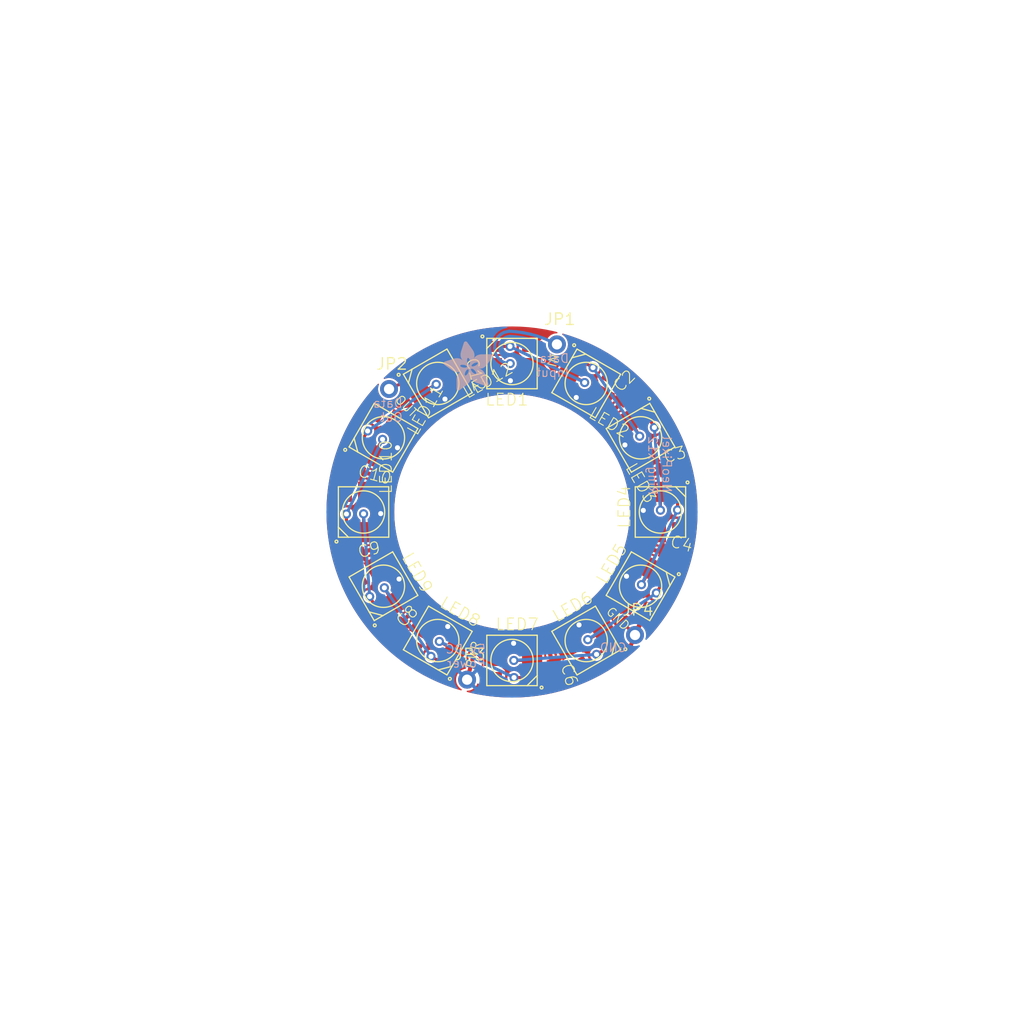
<source format=kicad_pcb>
(kicad_pcb (version 20221018) (generator pcbnew)
  (layers (0 "F.Cu" signal) (31 "B.Cu" signal) (34 "B.Paste" user) (35 "F.Paste" user) (36 "B.SilkS" user "B.Silkscreen") (37 "F.SilkS" user "F.Silkscreen") (38 "B.Mask" user) (39 "F.Mask" user) (44 "Edge.Cuts" user))
  (net 0 "")
  (net 1 "VDD")
  (net 2 "GND")
  (net 3 "N$1")
  (net 4 "N$2")
  (net 5 "N$3")
  (net 6 "N$4")
  (net 7 "N$5")
  (net 8 "N$6")
  (net 9 "N$7")
  (net 10 "N$8")
  (net 11 "N$9")
  (net 12 "N$10")
  (net 13 "N$11")
  (net 14 "N$13")
  (net 15 "N$14")
  (footprint "working:1X01-CLEANBIG" (layer "F.Cu") (at 152.960375 88.366441)
    (fp_text reference "JP1" (at -1.3462 -1.8288) (layer "F.SilkS") (effects (font (size 1.143 1.143) (thickness 0.127)) (justify left bottom)))
    (fp_text value "")
    (pad "1" thru_hole circle (at 0 0) (size 1.778 1.778) (drill 1.016) (layers "*.Cu" "*.Mask") (net 14 "N$13"))
  )
  (footprint "working:C0603" (layer "F.Cu") (at 144.22806 89.05621 105)
    (fp_text reference "C12" (at -0.635 -0.635 105) (layer "F.SilkS") (effects (font (size 1.1684 1.1684) (thickness 0.1016)) (justify left bottom)))
    (fp_text value "")
    (pad "1" smd rect (at -0.85 0 105) (size 1.1 1) (layers "F.Cu" "F.Paste" "F.Mask") (net 1 "VDD"))
    (pad "2" smd rect (at 0.85 0 105) (size 1.1 1) (layers "F.Cu" "F.Paste" "F.Mask") (net 2 "GND"))
  )
  (footprint "working:1X01-CLEANBIG" (layer "F.Cu") (at 136.297707 92.799388)
    (fp_text reference "JP2" (at -1.3462 -1.8288) (layer "F.SilkS") (effects (font (size 1.143 1.143) (thickness 0.127)) (justify left bottom)))
    (fp_text value "")
    (pad "1" thru_hole circle (at 0 0) (size 1.778 1.778) (drill 1.016) (layers "*.Cu" "*.Mask") (net 15 "N$14"))
  )
  (footprint "working:C0603" (layer "F.Cu") (at 136.826754 116.677946 -135)
    (fp_text reference "C8" (at -0.635 -0.635 -135) (layer "F.SilkS") (effects (font (size 1.1684 1.1684) (thickness 0.1016)) (justify left bottom)))
    (fp_text value "")
    (pad "1" smd rect (at -0.85 0 225) (size 1.1 1) (layers "F.Cu" "F.Paste" "F.Mask") (net 1 "VDD"))
    (pad "2" smd rect (at 0.85 0 225) (size 1.1 1) (layers "F.Cu" "F.Paste" "F.Mask") (net 2 "GND"))
  )
  (footprint "working:WS28115050" (layer "F.Cu") (at 135.742935 97.6376 -120)
    (fp_text reference "LED11" (at -1.7 -2.9 -120) (layer "F.SilkS") (effects (font (size 1.1684 1.1684) (thickness 0.1016)) (justify left bottom)))
    (fp_text value "WS28115050")
    (pad "DI" smd rect (at 2 0 240) (size 2 1.1) (layers "F.Cu" "F.Paste" "F.Mask") (net 12 "N$10"))
    (pad "DO" smd rect (at 2 1.7 240) (size 2 1.1) (layers "F.Cu" "F.Paste" "F.Mask") (net 13 "N$11"))
    (pad "LEDVDD" smd rect (at -2 0 240) (size 2 1.1) (layers "F.Cu" "F.Paste" "F.Mask") (net 1 "VDD"))
    (pad "NC" smd rect (at -2 -1.7 240) (size 2 1.1) (layers "F.Cu" "F.Paste" "F.Mask"))
    (pad "VDD" smd rect (at 2 -1.7 240) (size 2 1.1) (layers "F.Cu" "F.Paste" "F.Mask") (net 1 "VDD"))
    (pad "VSS" smd rect (at -2 1.7 240) (size 2 1.1) (layers "F.Cu" "F.Paste" "F.Mask") (net 2 "GND"))
  )
  (footprint "working:WS28115050" (layer "F.Cu") (at 161.259265 97.6376 120)
    (fp_text reference "LED3" (at -1.7 -2.9 120) (layer "F.SilkS") (effects (font (size 1.1684 1.1684) (thickness 0.1016)) (justify left bottom)))
    (fp_text value "WS28115050")
    (pad "DI" smd rect (at 2 0 120) (size 2 1.1) (layers "F.Cu" "F.Paste" "F.Mask") (net 4 "N$2"))
    (pad "DO" smd rect (at 2 1.7 120) (size 2 1.1) (layers "F.Cu" "F.Paste" "F.Mask") (net 5 "N$3"))
    (pad "LEDVDD" smd rect (at -2 0 120) (size 2 1.1) (layers "F.Cu" "F.Paste" "F.Mask") (net 1 "VDD"))
    (pad "NC" smd rect (at -2 -1.7 120) (size 2 1.1) (layers "F.Cu" "F.Paste" "F.Mask"))
    (pad "VDD" smd rect (at 2 -1.7 120) (size 2 1.1) (layers "F.Cu" "F.Paste" "F.Mask") (net 1 "VDD"))
    (pad "VSS" smd rect (at -2 1.7 120) (size 2 1.1) (layers "F.Cu" "F.Paste" "F.Mask") (net 2 "GND"))
  )
  (footprint "working:WS28115050" (layer "F.Cu") (at 155.8671 92.245435 150)
    (fp_text reference "LED2" (at -1.7 -2.9 150) (layer "F.SilkS") (effects (font (size 1.1684 1.1684) (thickness 0.1016)) (justify left bottom)))
    (fp_text value "WS28115050")
    (pad "DI" smd rect (at 2 0 150) (size 2 1.1) (layers "F.Cu" "F.Paste" "F.Mask") (net 3 "N$1"))
    (pad "DO" smd rect (at 2 1.7 150) (size 2 1.1) (layers "F.Cu" "F.Paste" "F.Mask") (net 4 "N$2"))
    (pad "LEDVDD" smd rect (at -2 0 150) (size 2 1.1) (layers "F.Cu" "F.Paste" "F.Mask") (net 1 "VDD"))
    (pad "NC" smd rect (at -2 -1.7 150) (size 2 1.1) (layers "F.Cu" "F.Paste" "F.Mask"))
    (pad "VDD" smd rect (at 2 -1.7 150) (size 2 1.1) (layers "F.Cu" "F.Paste" "F.Mask") (net 1 "VDD"))
    (pad "VSS" smd rect (at -2 1.7 150) (size 2 1.1) (layers "F.Cu" "F.Paste" "F.Mask") (net 2 "GND"))
  )
  (footprint "working:C0603" (layer "F.Cu") (at 164.44849 109.27664 -15)
    (fp_text reference "C4" (at -0.635 -0.635 -15) (layer "F.SilkS") (effects (font (size 1.1684 1.1684) (thickness 0.1016)) (justify left bottom)))
    (fp_text value "")
    (pad "1" smd rect (at -0.85 0 345) (size 1.1 1) (layers "F.Cu" "F.Paste" "F.Mask") (net 1 "VDD"))
    (pad "2" smd rect (at 0.85 0 345) (size 1.1 1) (layers "F.Cu" "F.Paste" "F.Mask") (net 2 "GND"))
  )
  (footprint "working:WS28115050" (layer "F.Cu") (at 155.8671 117.761765 30)
    (fp_text reference "LED6" (at -1.7 -2.9 30) (layer "F.SilkS") (effects (font (size 1.1684 1.1684) (thickness 0.1016)) (justify left bottom)))
    (fp_text value "WS28115050")
    (pad "DI" smd rect (at 2 0 30) (size 2 1.1) (layers "F.Cu" "F.Paste" "F.Mask") (net 7 "N$5"))
    (pad "DO" smd rect (at 2 1.7 30) (size 2 1.1) (layers "F.Cu" "F.Paste" "F.Mask") (net 8 "N$6"))
    (pad "LEDVDD" smd rect (at -2 0 30) (size 2 1.1) (layers "F.Cu" "F.Paste" "F.Mask") (net 1 "VDD"))
    (pad "NC" smd rect (at -2 -1.7 30) (size 2 1.1) (layers "F.Cu" "F.Paste" "F.Mask"))
    (pad "VDD" smd rect (at 2 -1.7 30) (size 2 1.1) (layers "F.Cu" "F.Paste" "F.Mask") (net 1 "VDD"))
    (pad "VSS" smd rect (at -2 1.7 30) (size 2 1.1) (layers "F.Cu" "F.Paste" "F.Mask") (net 2 "GND"))
  )
  (footprint "working:WS28115050" (layer "F.Cu") (at 161.259265 112.3696 60)
    (fp_text reference "LED5" (at -1.7 -2.9 60) (layer "F.SilkS") (effects (font (size 1.1684 1.1684) (thickness 0.1016)) (justify left bottom)))
    (fp_text value "WS28115050")
    (pad "DI" smd rect (at 2 0 60) (size 2 1.1) (layers "F.Cu" "F.Paste" "F.Mask") (net 6 "N$4"))
    (pad "DO" smd rect (at 2 1.7 60) (size 2 1.1) (layers "F.Cu" "F.Paste" "F.Mask") (net 7 "N$5"))
    (pad "LEDVDD" smd rect (at -2 0 60) (size 2 1.1) (layers "F.Cu" "F.Paste" "F.Mask") (net 1 "VDD"))
    (pad "NC" smd rect (at -2 -1.7 60) (size 2 1.1) (layers "F.Cu" "F.Paste" "F.Mask"))
    (pad "VDD" smd rect (at 2 -1.7 60) (size 2 1.1) (layers "F.Cu" "F.Paste" "F.Mask") (net 1 "VDD"))
    (pad "VSS" smd rect (at -2 1.7 60) (size 2 1.1) (layers "F.Cu" "F.Paste" "F.Mask") (net 2 "GND"))
  )
  (footprint "working:WS28115050" (layer "F.Cu") (at 148.5011 119.7356)
    (fp_text reference "LED7" (at -1.7 -2.9) (layer "F.SilkS") (effects (font (size 1.1684 1.1684) (thickness 0.1016)) (justify left bottom)))
    (fp_text value "WS28115050")
    (pad "DI" smd rect (at 2 0) (size 2 1.1) (layers "F.Cu" "F.Paste" "F.Mask") (net 8 "N$6"))
    (pad "DO" smd rect (at 2 1.7) (size 2 1.1) (layers "F.Cu" "F.Paste" "F.Mask") (net 9 "N$7"))
    (pad "LEDVDD" smd rect (at -2 0) (size 2 1.1) (layers "F.Cu" "F.Paste" "F.Mask") (net 1 "VDD"))
    (pad "NC" smd rect (at -2 -1.7) (size 2 1.1) (layers "F.Cu" "F.Paste" "F.Mask"))
    (pad "VDD" smd rect (at 2 -1.7) (size 2 1.1) (layers "F.Cu" "F.Paste" "F.Mask") (net 1 "VDD"))
    (pad "VSS" smd rect (at -2 1.7) (size 2 1.1) (layers "F.Cu" "F.Paste" "F.Mask") (net 2 "GND"))
  )
  (footprint "working:WS28115050" (layer "F.Cu") (at 133.7691 105.0036 -90)
    (fp_text reference "LED10" (at -1.7 -2.9 -90) (layer "F.SilkS") (effects (font (size 1.1684 1.1684) (thickness 0.1016)) (justify left bottom)))
    (fp_text value "WS28115050")
    (pad "DI" smd rect (at 2 0 270) (size 2 1.1) (layers "F.Cu" "F.Paste" "F.Mask") (net 11 "N$9"))
    (pad "DO" smd rect (at 2 1.7 270) (size 2 1.1) (layers "F.Cu" "F.Paste" "F.Mask") (net 12 "N$10"))
    (pad "LEDVDD" smd rect (at -2 0 270) (size 2 1.1) (layers "F.Cu" "F.Paste" "F.Mask") (net 1 "VDD"))
    (pad "NC" smd rect (at -2 -1.7 270) (size 2 1.1) (layers "F.Cu" "F.Paste" "F.Mask"))
    (pad "VDD" smd rect (at 2 -1.7 270) (size 2 1.1) (layers "F.Cu" "F.Paste" "F.Mask") (net 1 "VDD"))
    (pad "VSS" smd rect (at -2 1.7 270) (size 2 1.1) (layers "F.Cu" "F.Paste" "F.Mask") (net 2 "GND"))
  )
  (footprint "working:WS28115050" (layer "F.Cu") (at 141.1351 117.761765 -30)
    (fp_text reference "LED8" (at -1.7 -2.9 -30) (layer "F.SilkS") (effects (font (size 1.1684 1.1684) (thickness 0.1016)) (justify left bottom)))
    (fp_text value "WS28115050")
    (pad "DI" smd rect (at 2 0 330) (size 2 1.1) (layers "F.Cu" "F.Paste" "F.Mask") (net 9 "N$7"))
    (pad "DO" smd rect (at 2 1.7 330) (size 2 1.1) (layers "F.Cu" "F.Paste" "F.Mask") (net 10 "N$8"))
    (pad "LEDVDD" smd rect (at -2 0 330) (size 2 1.1) (layers "F.Cu" "F.Paste" "F.Mask") (net 1 "VDD"))
    (pad "NC" smd rect (at -2 -1.7 330) (size 2 1.1) (layers "F.Cu" "F.Paste" "F.Mask"))
    (pad "VDD" smd rect (at 2 -1.7 330) (size 2 1.1) (layers "F.Cu" "F.Paste" "F.Mask") (net 1 "VDD"))
    (pad "VSS" smd rect (at -2 1.7 330) (size 2 1.1) (layers "F.Cu" "F.Paste" "F.Mask") (net 2 "GND"))
  )
  (footprint "working:C0603" (layer "F.Cu") (at 132.55371 109.27664 -165)
    (fp_text reference "C9" (at -0.635 -0.635 -165) (layer "F.SilkS") (effects (font (size 1.1684 1.1684) (thickness 0.1016)) (justify left bottom)))
    (fp_text value "")
    (pad "1" smd rect (at -0.85 0 195) (size 1.1 1) (layers "F.Cu" "F.Paste" "F.Mask") (net 1 "VDD"))
    (pad "2" smd rect (at 0.85 0 195) (size 1.1 1) (layers "F.Cu" "F.Paste" "F.Mask") (net 2 "GND"))
  )
  (footprint "working:C0603" (layer "F.Cu") (at 132.55371 100.73056 165)
    (fp_text reference "C10" (at -0.635 -0.635 165) (layer "F.SilkS") (effects (font (size 1.1684 1.1684) (thickness 0.1016)) (justify left bottom)))
    (fp_text value "")
    (pad "1" smd rect (at -0.85 0 165) (size 1.1 1) (layers "F.Cu" "F.Paste" "F.Mask") (net 1 "VDD"))
    (pad "2" smd rect (at 0.85 0 165) (size 1.1 1) (layers "F.Cu" "F.Paste" "F.Mask") (net 2 "GND"))
  )
  (footprint "working:GUIDE-STAR-12" (layer "F.Cu") (at 148.5011 105.0036)
    (fp_text reference "U$1" hide)
    (fp_text value "" hide)
  )
  (footprint "working:WS28115050" (layer "F.Cu") (at 163.2331 105.0036 90)
    (fp_text reference "LED4" (at -1.7 -2.9 90) (layer "F.SilkS") (effects (font (size 1.1684 1.1684) (thickness 0.1016)) (justify left bottom)))
    (fp_text value "WS28115050")
    (pad "DI" smd rect (at 2 0 90) (size 2 1.1) (layers "F.Cu" "F.Paste" "F.Mask") (net 5 "N$3"))
    (pad "DO" smd rect (at 2 1.7 90) (size 2 1.1) (layers "F.Cu" "F.Paste" "F.Mask") (net 6 "N$4"))
    (pad "LEDVDD" smd rect (at -2 0 90) (size 2 1.1) (layers "F.Cu" "F.Paste" "F.Mask") (net 1 "VDD"))
    (pad "NC" smd rect (at -2 -1.7 90) (size 2 1.1) (layers "F.Cu" "F.Paste" "F.Mask"))
    (pad "VDD" smd rect (at 2 -1.7 90) (size 2 1.1) (layers "F.Cu" "F.Paste" "F.Mask") (net 1 "VDD"))
    (pad "VSS" smd rect (at -2 1.7 90) (size 2 1.1) (layers "F.Cu" "F.Paste" "F.Mask") (net 2 "GND"))
  )
  (footprint "working:WS28115050" (layer "F.Cu") (at 141.1351 92.245435 -150)
    (fp_text reference "LED12" (at -1.7 -2.9 -150) (layer "F.SilkS") (effects (font (size 1.1684 1.1684) (thickness 0.1016)) (justify left bottom)))
    (fp_text value "WS28115050")
    (pad "DI" smd rect (at 2 0 210) (size 2 1.1) (layers "F.Cu" "F.Paste" "F.Mask") (net 13 "N$11"))
    (pad "DO" smd rect (at 2 1.7 210) (size 2 1.1) (layers "F.Cu" "F.Paste" "F.Mask") (net 15 "N$14"))
    (pad "LEDVDD" smd rect (at -2 0 210) (size 2 1.1) (layers "F.Cu" "F.Paste" "F.Mask") (net 1 "VDD"))
    (pad "NC" smd rect (at -2 -1.7 210) (size 2 1.1) (layers "F.Cu" "F.Paste" "F.Mask"))
    (pad "VDD" smd rect (at 2 -1.7 210) (size 2 1.1) (layers "F.Cu" "F.Paste" "F.Mask") (net 1 "VDD"))
    (pad "VSS" smd rect (at -2 1.7 210) (size 2 1.1) (layers "F.Cu" "F.Paste" "F.Mask") (net 2 "GND"))
  )
  (footprint "working:C0603" (layer "F.Cu") (at 164.44849 100.73056 15)
    (fp_text reference "C3" (at -0.635 -0.635 15) (layer "F.SilkS") (effects (font (size 1.1684 1.1684) (thickness 0.1016)) (justify left bottom)))
    (fp_text value "")
    (pad "1" smd rect (at -0.85 0 15) (size 1.1 1) (layers "F.Cu" "F.Paste" "F.Mask") (net 1 "VDD"))
    (pad "2" smd rect (at 0.85 0 15) (size 1.1 1) (layers "F.Cu" "F.Paste" "F.Mask") (net 2 "GND"))
  )
  (footprint "working:WS28115050" (layer "F.Cu") (at 135.742935 112.3696 -60)
    (fp_text reference "LED9" (at -1.7 -2.9 -60) (layer "F.SilkS") (effects (font (size 1.1684 1.1684) (thickness 0.1016)) (justify left bottom)))
    (fp_text value "WS28115050")
    (pad "DI" smd rect (at 2 0 300) (size 2 1.1) (layers "F.Cu" "F.Paste" "F.Mask") (net 10 "N$8"))
    (pad "DO" smd rect (at 2 1.7 300) (size 2 1.1) (layers "F.Cu" "F.Paste" "F.Mask") (net 11 "N$9"))
    (pad "LEDVDD" smd rect (at -2 0 300) (size 2 1.1) (layers "F.Cu" "F.Paste" "F.Mask") (net 1 "VDD"))
    (pad "NC" smd rect (at -2 -1.7 300) (size 2 1.1) (layers "F.Cu" "F.Paste" "F.Mask"))
    (pad "VDD" smd rect (at 2 -1.7 300) (size 2 1.1) (layers "F.Cu" "F.Paste" "F.Mask") (net 1 "VDD"))
    (pad "VSS" smd rect (at -2 1.7 300) (size 2 1.1) (layers "F.Cu" "F.Paste" "F.Mask") (net 2 "GND"))
  )
  (footprint "working:1X01-CLEANBIG" (layer "F.Cu") (at 160.708237 117.211259)
    (fp_text reference "JP4" (at -1.3462 -1.8288) (layer "F.SilkS") (effects (font (size 1.143 1.143) (thickness 0.127)) (justify left bottom)))
    (fp_text value "")
    (pad "1" thru_hole circle (at 0 0) (size 1.778 1.778) (drill 1.016) (layers "*.Cu" "*.Mask") (net 2 "GND"))
  )
  (footprint "working:GUIDE-STAR-12" (layer "F.Cu") (at 148.5011 105.0036 15)
    (fp_text reference "U$2" hide)
    (fp_text value "" hide)
  )
  (footprint "working:1X01-CLEANBIG" (layer "F.Cu") (at 144.044166 121.6448)
    (fp_text reference "JP3" (at -1.3462 -1.8288) (layer "F.SilkS") (effects (font (size 1.143 1.143) (thickness 0.127)) (justify left bottom)))
    (fp_text value "")
    (pad "1" thru_hole circle (at 0 0) (size 1.778 1.778) (drill 1.016) (layers "*.Cu" "*.Mask") (net 1 "VDD"))
  )
  (footprint "working:WS28115050" (layer "F.Cu") (at 148.5011 90.2716 180)
    (fp_text reference "LED1" (at -1.7 -2.9 180) (layer "F.SilkS") (effects (font (size 1.1684 1.1684) (thickness 0.1016)) (justify right top)))
    (fp_text value "WS28115050")
    (pad "DI" smd rect (at 2 0 180) (size 2 1.1) (layers "F.Cu" "F.Paste" "F.Mask") (net 14 "N$13"))
    (pad "DO" smd rect (at 2 1.7 180) (size 2 1.1) (layers "F.Cu" "F.Paste" "F.Mask") (net 3 "N$1"))
    (pad "LEDVDD" smd rect (at -2 0 180) (size 2 1.1) (layers "F.Cu" "F.Paste" "F.Mask") (net 1 "VDD"))
    (pad "NC" smd rect (at -2 -1.7 180) (size 2 1.1) (layers "F.Cu" "F.Paste" "F.Mask"))
    (pad "VDD" smd rect (at 2 -1.7 180) (size 2 1.1) (layers "F.Cu" "F.Paste" "F.Mask") (net 1 "VDD"))
    (pad "VSS" smd rect (at -2 1.7 180) (size 2 1.1) (layers "F.Cu" "F.Paste" "F.Mask") (net 2 "GND"))
  )
  (footprint "working:C0603" (layer "F.Cu") (at 152.77414 120.95099 -75)
    (fp_text reference "C6" (at -0.635 -0.635 -75) (layer "F.SilkS") (effects (font (size 1.1684 1.1684) (thickness 0.1016)) (justify left bottom)))
    (fp_text value "")
    (pad "1" smd rect (at -0.85 0 285) (size 1.1 1) (layers "F.Cu" "F.Paste" "F.Mask") (net 1 "VDD"))
    (pad "2" smd rect (at 0.85 0 285) (size 1.1 1) (layers "F.Cu" "F.Paste" "F.Mask") (net 2 "GND"))
  )
  (footprint "working:C0603" (layer "F.Cu") (at 160.175446 93.329254 45)
    (fp_text reference "C2" (at -0.635 -0.635 45) (layer "F.SilkS") (effects (font (size 1.1684 1.1684) (thickness 0.1016)) (justify left bottom)))
    (fp_text value "")
    (pad "1" smd rect (at -0.85 0 45) (size 1.1 1) (layers "F.Cu" "F.Paste" "F.Mask") (net 1 "VDD"))
    (pad "2" smd rect (at 0.85 0 45) (size 1.1 1) (layers "F.Cu" "F.Paste" "F.Mask") (net 2 "GND"))
  )
  (footprint "working:ADAFRUIT_5MM" (layer "B.Cu") (at 146.5961 92.9386 180)
    (fp_text reference "U$3" hide)
    (fp_text value "" hide)
  )
  (gr_arc (start 130.0861 105.0036) (mid 135.479729 91.982229) (end 148.5011 86.5886) (stroke (width 0.000003)) (layer "Edge.Cuts"))
  (gr_arc (start 166.9161 105.0036) (mid 161.522471 118.024971) (end 148.5011 123.4186) (stroke (width 0.000003)) (layer "Edge.Cuts"))
  (gr_arc (start 148.5011 86.5886) (mid 161.522471 91.982229) (end 166.9161 105.0036) (stroke (width 0.000003)) (layer "Edge.Cuts"))
  (gr_arc (start 148.5011 123.4186) (mid 135.479729 118.024971) (end 130.0861 105.0036) (stroke (width 0.000003)) (layer "Edge.Cuts"))
  (gr_circle (center 148.5011 105.0036) (end 160.1851 105.0036) (stroke (width 0.000003)) (fill none) (layer "Edge.Cuts"))
  (gr_text "GND" (at 159.9311 118.9736) (layer "B.SilkS") (effects (font (size 0.86868 0.86868) (thickness 0.09652)) (justify left bottom mirror)))
  (gr_text "NeoPixel\nRing x12" (at 164.3761 97.3836 -90) (layer "B.SilkS") (effects (font (size 0.86868 0.86868) (thickness 0.09652)) (justify right top mirror)))
  (gr_text "5V DC\nPower" (at 145.948832 120.520584) (layer "B.SilkS") (effects (font (size 0.86868 0.86868) (thickness 0.09652)) (justify left bottom mirror)))
  (gr_text "Data\nOut" (at 137.7061 96.1136) (layer "B.SilkS") (effects (font (size 0.86868 0.86868) (thickness 0.09652)) (justify left bottom mirror)))
  (gr_text "Data\nInput" (at 154.2161 91.6686) (layer "B.SilkS") (effects (font (size 0.86868 0.86868) (thickness 0.09652)) (justify left bottom mirror)))
  (gr_text "GND" (at 160.354521 116.203618 315) (layer "F.SilkS") (effects (font (size 0.86868 0.86868) (thickness 0.09652)) (justify right top)))
  (gr_text "PWR" (at 144.793075 120.68354 75) (layer "F.SilkS") (effects (font (size 0.86868 0.86868) (thickness 0.09652)) (justify left bottom)))
  (gr_text "IN" (at 152.3111 89.1286 75) (layer "F.SilkS") (effects (font (size 0.86868 0.86868) (thickness 0.09652)) (justify right top)))
  (gr_text "OUT" (at 136.737569 93.938422 315) (layer "F.SilkS") (effects (font (size 0.86868 0.86868) (thickness 0.09652)) (justify left bottom)))
  (segment (start 137.427797 116.076903) (end 138.622788 114.881912) (width 0.4064) (layer "F.Cu") (net 1))
  (segment (start 150.5011 90.2716) (end 151.237371 90.127069) (width 0.4064) (layer "F.Cu") (net 1))
  (segment (start 161.5331 103.0036) (end 161.532062 104.844341) (width 0.4064) (layer "F.Cu") (net 1))
  (segment (start 162.731196 101.190554) (end 163.627453 100.950557) (width 0.4064) (layer "F.Cu") (net 1))
  (segment (start 160.787021 109.787546) (end 159.865821 111.381287) (width 0.4064) (layer "F.Cu") (net 1))
  (segment (start 144.88541 91.509597) (end 146.5011 91.9716) (width 0.4064) (layer "F.Cu") (net 1))
  (segment (start 133.374747 100.950557) (end 134.271004 101.190554) (width 0.4064) (layer "F.Cu") (net 1))
  (segment (start 136.742938 95.90555) (end 137.170491 95.173554) (width 0.4064) (layer "F.Cu") (net 1))
  (segment (start 156.74915 115.289521) (end 155.154375 116.209318) (width 0.4064) (layer "F.Cu") (net 1))
  (segment (start 137.170491 95.173554) (end 139.629557 94.892872) (width 0.4064) (layer "F.Cu") (net 1))
  (segment (start 161.995103 101.38791) (end 162.731196 101.190554) (width 0.4064) (layer "F.Cu") (net 1))
  (segment (start 162.259265 99.369654) (end 163.627453 100.950557) (width 0.4064) (layer "F.Cu") (net 1))
  (segment (start 136.215179 100.219654) (end 137.136379 98.625913) (width 0.4064) (layer "F.Cu") (net 1))
  (segment (start 158.787021 96.75555) (end 159.706818 98.350325) (width 0.4064) (layer "F.Cu") (net 1))
  (segment (start 159.859468 114.829378) (end 157.639509 115.109687) (width 0.4064) (layer "F.Cu") (net 1))
  (segment (start 138.622788 114.881912) (end 138.215179 113.25165) (width 0.4064) (layer "F.Cu") (net 1))
  (segment (start 154.135046 118.761765) (end 152.554143 120.129953) (width 0.4064) (layer "F.Cu") (net 1))
  (segment (start 135.007097 101.38791) (end 136.215179 100.219654) (width 0.4064) (layer "F.Cu") (net 1))
  (segment (start 145.668954 119.744) (end 144.294582 117.911887) (width 0.4064) (layer "F.Cu") (net 1))
  (segment (start 146.5011 91.9716) (end 148.341841 91.972638) (width 0.4064) (layer "F.Cu") (net 1))
  (segment (start 135.4691 107.0036) (end 135.470138 105.162859) (width 0.4064) (layer "F.Cu") (net 1))
  (segment (start 163.2331 107.0036) (end 163.627453 109.056643) (width 0.4064) (layer "F.Cu") (net 1))
  (segment (start 135.007097 108.61929) (end 134.271004 108.816646) (width 0.4064) (layer "F.Cu") (net 1))
  (segment (start 162.731196 108.816646) (end 163.627453 109.056643) (width 0.4064) (layer "F.Cu") (net 1))
  (segment (start 149.770912 118.035187) (end 148.660359 118.034562) (width 0.4064) (layer "F.Cu") (net 1))
  (segment (start 142.123413 116.368321) (end 143.717154 117.289521) (width 0.4064) (layer "F.Cu") (net 1))
  (segment (start 161.995103 108.61929) (end 162.731196 108.816646) (width 0.4064) (layer "F.Cu") (net 1))
  (segment (start 161.995103 108.61929) (end 160.787021 109.787546) (width 0.4064) (layer "F.Cu") (net 1))
  (segment (start 139.40305 116.761762) (end 137.427797 116.076903) (width 0.4064) (layer "F.Cu") (net 1))
  (segment (start 150.5011 118.0356) (end 149.770912 118.035187) (width 0.4064) (layer "F.Cu") (net 1))
  (segment (start 151.237371 90.127069) (end 152.585706 91.929985) (width 0.4064) (layer "F.Cu") (net 1))
  (segment (start 140.25305 94.717679) (end 141.847825 93.797882) (width 0.4064) (layer "F.Cu") (net 1))
  (segment (start 144.448057 89.877247) (end 144.688054 90.773504) (width 0.4064) (layer "F.Cu") (net 1))
  (segment (start 135.007097 108.61929) (end 135.4691 107.0036) (width 0.4064) (layer "F.Cu") (net 1))
  (segment (start 152.11679 118.497603) (end 149.770912 118.035187) (width 0.4064) (layer "F.Cu") (net 1))
  (segment (start 160.259265 114.10165) (end 159.859468 114.829378) (width 0.4064) (layer "F.Cu") (net 1))
  (segment (start 144.043744 121.646971) (end 144.847579 118.659746) (width 0.4064) (layer "F.Cu") (net 1))
  (segment (start 133.374747 109.056643) (end 134.271004 108.816646) (width 0.4064) (layer "F.Cu") (net 1))
  (segment (start 153.285046 92.717679) (end 154.878787 93.638879) (width 0.4064) (layer "F.Cu") (net 1))
  (segment (start 144.294582 117.911887) (end 143.717154 117.289521) (width 0.4064) (layer "F.Cu") (net 1))
  (segment (start 144.88541 91.509597) (end 144.688054 90.773504) (width 0.4064) (layer "F.Cu") (net 1))
  (segment (start 146.5011 119.7356) (end 145.668954 119.744) (width 0.4064) (layer "F.Cu") (net 1))
  (segment (start 158.379412 95.125288) (end 159.574403 93.930297) (width 0.4064) (layer "F.Cu") (net 1))
  (segment (start 157.639509 115.109687) (end 156.74915 115.289521) (width 0.4064) (layer "F.Cu") (net 1))
  (segment (start 157.59915 93.245435) (end 159.574403 93.930297) (width 0.4064) (layer "F.Cu") (net 1))
  (segment (start 161.995103 101.38791) (end 161.5331 103.0036) (width 0.4064) (layer "F.Cu") (net 1))
  (segment (start 135.007097 101.38791) (end 134.271004 101.190554) (width 0.4064) (layer "F.Cu") (net 1))
  (segment (start 139.629557 94.892872) (end 140.25305 94.717679) (width 0.4064) (layer "F.Cu") (net 1))
  (segment (start 133.374747 109.056643) (end 134.742935 110.637546) (width 0.4064) (layer "F.Cu") (net 1))
  (segment (start 133.7691 103.0036) (end 133.374747 100.950557) (width 0.4064) (layer "F.Cu") (net 1))
  (segment (start 152.554143 120.129953) (end 152.314146 119.233696) (width 0.4064) (layer "F.Cu") (net 1))
  (segment (start 158.379412 95.125288) (end 158.787021 96.75555) (width 0.4064) (layer "F.Cu") (net 1))
  (segment (start 138.215179 113.25165) (end 137.295382 111.656875) (width 0.4064) (layer "F.Cu") (net 1))
  (segment (start 152.585706 91.929985) (end 153.285046 92.717679) (width 0.4064) (layer "F.Cu") (net 1))
  (segment (start 152.11679 118.497603) (end 152.314146 119.233696) (width 0.4064) (layer "F.Cu") (net 1))
  (segment (start 142.867154 91.245435) (end 144.448057 89.877247) (width 0.4064) (layer "F.Cu") (net 1))
  (via (at 137.295382 111.656875) (size 0.9064) (drill 0.5) (layers "F.Cu" "B.Cu") (net 1))
  (via (at 155.154375 116.209318) (size 0.9064) (drill 0.5) (layers "F.Cu" "B.Cu") (net 1))
  (via (at 148.341841 91.972638) (size 0.9064) (drill 0.5) (layers "F.Cu" "B.Cu") (net 1))
  (via (at 141.847825 93.797882) (size 0.9064) (drill 0.5) (layers "F.Cu" "B.Cu") (net 1))
  (via (at 159.865821 111.381287) (size 0.9064) (drill 0.5) (layers "F.Cu" "B.Cu") (net 1))
  (via (at 137.136379 98.625913) (size 0.9064) (drill 0.5) (layers "F.Cu" "B.Cu") (net 1))
  (via (at 159.706818 98.350325) (size 0.9064) (drill 0.5) (layers "F.Cu" "B.Cu") (net 1))
  (via (at 135.470138 105.162859) (size 0.9064) (drill 0.5) (layers "F.Cu" "B.Cu") (net 1))
  (via (at 154.878787 93.638879) (size 0.9064) (drill 0.5) (layers "F.Cu" "B.Cu") (net 1))
  (via (at 161.532062 104.844341) (size 0.9064) (drill 0.5) (layers "F.Cu" "B.Cu") (net 1))
  (via (at 142.123413 116.368321) (size 0.9064) (drill 0.5) (layers "F.Cu" "B.Cu") (net 1))
  (via (at 148.660359 118.034562) (size 0.9064) (drill 0.5) (layers "F.Cu" "B.Cu") (net 1))
  (segment (start 135.470138 104.844341) (end 135.490388 104.122619) (width 0.4064) (layer "B.Cu") (net 1))
  (segment (start 151.52547 117.712479) (end 150.817399 117.853323) (width 0.4064) (layer "B.Cu") (net 1))
  (segment (start 161.20937 108.028577) (end 161.029046 108.727636) (width 0.4064) (layer "B.Cu") (net 1))
  (segment (start 161.350214 107.320506) (end 161.20937 108.028577) (width 0.4064) (layer "B.Cu") (net 1))
  (segment (start 154.245828 116.760584) (end 153.586851 117.055457) (width 0.4064) (layer "B.Cu") (net 1))
  (segment (start 135.973199 108.726203) (end 135.792858 108.027082) (width 0.4064) (layer "B.Cu") (net 1))
  (segment (start 142.757018 116.759863) (end 142.115555 116.428475) (width 0.4064) (layer "B.Cu") (net 1))
  (segment (start 137.076225 98.618055) (end 137.443059 97.996182) (width 0.4064) (layer "B.Cu") (net 1))
  (segment (start 140.893356 94.346684) (end 141.493682 93.945559) (width 0.4064) (layer "B.Cu") (net 1))
  (segment (start 159.559141 97.996182) (end 159.925975 98.618055) (width 0.4064) (layer "B.Cu") (net 1))
  (segment (start 138.278338 96.818965) (end 138.744157 96.267326) (width 0.4064) (layer "B.Cu") (net 1))
  (segment (start 159.158227 112.612433) (end 158.724111 113.189272) (width 0.4064) (layer "B.Cu") (net 1))
  (segment (start 139.240173 95.742673) (end 139.764826 95.246657) (width 0.4064) (layer "B.Cu") (net 1))
  (segment (start 136.449938 110.088646) (end 136.192455 109.414113) (width 0.4064) (layer "B.Cu") (net 1))
  (segment (start 150.817399 117.853323) (end 150.102546 117.954243) (width 0.4064) (layer "B.Cu") (net 1))
  (segment (start 144.090587 92.694955) (end 144.778497 92.475699) (width 0.4064) (layer "B.Cu") (net 1))
  (segment (start 160.257476 110.748935) (end 159.926118 111.390342) (width 0.4064) (layer "B.Cu") (net 1))
  (segment (start 141.493682 116.061641) (end 140.893356 115.660516) (width 0.4064) (layer "B.Cu") (net 1))
  (segment (start 153.586146 92.952438) (end 154.245182 93.247337) (width 0.4064) (layer "B.Cu") (net 1))
  (segment (start 152.224529 117.532155) (end 151.52547 117.712479) (width 0.4064) (layer "B.Cu") (net 1))
  (segment (start 137.844184 97.395856) (end 138.278338 96.818965) (width 0.4064) (layer "B.Cu") (net 1))
  (segment (start 146.900668 92.053573) (end 148.341841 91.972638) (width 0.4064) (layer "B.Cu") (net 1))
  (segment (start 148.341841 118.034562) (end 147.620119 118.014312) (width 0.4064) (layer "B.Cu") (net 1))
  (segment (start 148.341841 91.972638) (end 148.660359 91.972638) (width 0.4064) (layer "B.Cu") (net 1))
  (segment (start 136.449938 99.918554) (end 136.744837 99.259518) (width 0.4064) (layer "B.Cu") (net 1))
  (segment (start 154.245182 93.247337) (end 154.886645 93.578725) (width 0.4064) (layer "B.Cu") (net 1))
  (segment (start 156.108844 94.346684) (end 156.685735 94.780838) (width 0.4064) (layer "B.Cu") (net 1))
  (segment (start 148.660359 91.972638) (end 149.382081 91.992888) (width 0.4064) (layer "B.Cu") (net 1))
  (segment (start 161.532062 105.164609) (end 161.532062 105.164607) (width 0.4064) (layer "B.Cu") (net 1))
  (segment (start 161.532062 105.164607) (end 161.511814 105.886265) (width 0.4064) (layer "B.Cu") (net 1))
  (segment (start 159.926118 111.390342) (end 159.559317 112.01216) (width 0.4064) (layer "B.Cu") (net 1))
  (segment (start 146.185751 117.852698) (end 145.477618 117.711842) (width 0.4064) (layer "B.Cu") (net 1))
  (segment (start 150.816449 92.154502) (end 151.524582 92.295358) (width 0.4064) (layer "B.Cu") (net 1))
  (segment (start 139.764826 95.246657) (end 140.316465 94.780838) (width 0.4064) (layer "B.Cu") (net 1))
  (segment (start 145.477618 117.711842) (end 144.778497 117.531501) (width 0.4064) (layer "B.Cu") (net 1))
  (segment (start 159.925975 98.618055) (end 160.257363 99.259518) (width 0.4064) (layer "B.Cu") (net 1))
  (segment (start 156.685735 94.780838) (end 157.237374 95.246657) (width 0.4064) (layer "B.Cu") (net 1))
  (segment (start 156.686165 115.227219) (end 156.109325 115.661335) (width 0.4064) (layer "B.Cu") (net 1))
  (segment (start 157.762362 114.26547) (end 157.237755 114.761442) (width 0.4064) (layer "B.Cu") (net 1))
  (segment (start 160.552262 99.918554) (end 160.809745 100.593087) (width 0.4064) (layer "B.Cu") (net 1))
  (segment (start 158.723862 96.818965) (end 159.158016 97.395856) (width 0.4064) (layer "B.Cu") (net 1))
  (segment (start 158.258334 113.740863) (end 157.762362 114.26547) (width 0.4064) (layer "B.Cu") (net 1))
  (segment (start 137.443059 97.996182) (end 137.844184 97.395856) (width 0.4064) (layer "B.Cu") (net 1))
  (segment (start 136.192455 109.414113) (end 135.973199 108.726203) (width 0.4064) (layer "B.Cu") (net 1))
  (segment (start 142.115555 93.578725) (end 142.757018 93.247337) (width 0.4064) (layer "B.Cu") (net 1))
  (segment (start 161.209342 101.980118) (end 161.350198 102.688251) (width 0.4064) (layer "B.Cu") (net 1))
  (segment (start 157.762027 95.742673) (end 158.258043 96.267326) (width 0.4064) (layer "B.Cu") (net 1))
  (segment (start 135.490388 104.122619) (end 135.551073 103.403168) (width 0.4064) (layer "B.Cu") (net 1))
  (segment (start 150.102546 117.954243) (end 148.6615 118.035171) (width 0.4064) (layer "B.Cu") (net 1))
  (segment (start 142.757018 93.247337) (end 143.416054 92.952438) (width 0.4064) (layer "B.Cu") (net 1))
  (segment (start 144.778497 117.531501) (end 144.090587 117.312245) (width 0.4064) (layer "B.Cu") (net 1))
  (segment (start 135.792858 108.027082) (end 135.652002 107.318949) (width 0.4064) (layer "B.Cu") (net 1))
  (segment (start 140.316465 115.226362) (end 139.764826 114.760543) (width 0.4064) (layer "B.Cu") (net 1))
  (segment (start 135.652002 102.688251) (end 135.792858 101.980118) (width 0.4064) (layer "B.Cu") (net 1))
  (segment (start 161.029046 108.727636) (end 160.809809 109.415485) (width 0.4064) (layer "B.Cu") (net 1))
  (segment (start 151.524582 92.295358) (end 152.223703 92.475699) (width 0.4064) (layer "B.Cu") (net 1))
  (segment (start 136.744837 110.747682) (end 136.449938 110.088646) (width 0.4064) (layer "B.Cu") (net 1))
  (segment (start 160.809809 109.415485) (end 160.552349 110.089958) (width 0.4064) (layer "B.Cu") (net 1))
  (segment (start 161.350198 102.688251) (end 161.451127 103.403168) (width 0.4064) (layer "B.Cu") (net 1))
  (segment (start 152.223703 92.475699) (end 152.911613 92.694955) (width 0.4064) (layer "B.Cu") (net 1))
  (segment (start 140.316465 94.780838) (end 140.893356 94.346684) (width 0.4064) (layer "B.Cu") (net 1))
  (segment (start 136.744837 99.259518) (end 137.076225 98.618055) (width 0.4064) (layer "B.Cu") (net 1))
  (segment (start 136.192455 100.593087) (end 136.449938 99.918554) (width 0.4064) (layer "B.Cu") (net 1))
  (segment (start 148.660359 118.034562) (end 148.341841 118.034562) (width 0.4064) (layer "B.Cu") (net 1))
  (segment (start 135.551073 103.403168) (end 135.652002 102.688251) (width 0.4064) (layer "B.Cu") (net 1))
  (segment (start 146.900668 117.953627) (end 146.185751 117.852698) (width 0.4064) (layer "B.Cu") (net 1))
  (segment (start 137.076225 111.389145) (end 136.744837 110.747682) (width 0.4064) (layer "B.Cu") (net 1))
  (segment (start 150.101532 92.053573) (end 150.816449 92.154502) (width 0.4064) (layer "B.Cu") (net 1))
  (segment (start 152.911613 92.694955) (end 153.586146 92.952438) (width 0.4064) (layer "B.Cu") (net 1))
  (segment (start 159.158016 97.395856) (end 159.559141 97.996182) (width 0.4064) (layer "B.Cu") (net 1))
  (segment (start 155.508518 93.945559) (end 156.108844 94.346684) (width 0.4064) (layer "B.Cu") (net 1))
  (segment (start 161.029001 101.280997) (end 161.209342 101.980118) (width 0.4064) (layer "B.Cu") (net 1))
  (segment (start 135.551073 106.604032) (end 135.470138 105.162859) (width 0.4064) (layer "B.Cu") (net 1))
  (segment (start 157.237755 114.761442) (end 156.686165 115.227219) (width 0.4064) (layer "B.Cu") (net 1))
  (segment (start 148.660359 91.972638) (end 148.660359 91.972638) (width 0.4064) (layer "B.Cu") (net 1))
  (segment (start 153.586851 117.055457) (end 152.912377 117.312918) (width 0.4064) (layer "B.Cu") (net 1))
  (segment (start 158.258043 96.267326) (end 158.723862 96.818965) (width 0.4064) (layer "B.Cu") (net 1))
  (segment (start 135.652002 107.318949) (end 135.551073 106.604032) (width 0.4064) (layer "B.Cu") (net 1))
  (segment (start 137.844184 112.611344) (end 137.443059 112.011018) (width 0.4064) (layer "B.Cu") (net 1))
  (segment (start 161.451135 106.605653) (end 161.350214 107.320506) (width 0.4064) (layer "B.Cu") (net 1))
  (segment (start 148.341841 118.034562) (end 148.341841 118.034562) (width 0.4064) (layer "B.Cu") (net 1))
  (segment (start 140.893356 115.660516) (end 140.316465 115.226362) (width 0.4064) (layer "B.Cu") (net 1))
  (segment (start 137.443059 112.011018) (end 137.076225 111.389145) (width 0.4064) (layer "B.Cu") (net 1))
  (segment (start 138.744157 113.739874) (end 138.278338 113.188235) (width 0.4064) (layer "B.Cu") (net 1))
  (segment (start 152.912377 117.312918) (end 152.224529 117.532155) (width 0.4064) (layer "B.Cu") (net 1))
  (segment (start 146.185751 92.154502) (end 146.900668 92.053573) (width 0.4064) (layer "B.Cu") (net 1))
  (segment (start 135.792858 101.980118) (end 135.973199 101.280997) (width 0.4064) (layer "B.Cu") (net 1))
  (segment (start 157.237374 95.246657) (end 157.762027 95.742673) (width 0.4064) (layer "B.Cu") (net 1))
  (segment (start 139.240173 114.264527) (end 138.744157 113.739874) (width 0.4064) (layer "B.Cu") (net 1))
  (segment (start 144.090587 117.312245) (end 143.416054 117.054762) (width 0.4064) (layer "B.Cu") (net 1))
  (segment (start 160.552349 110.089958) (end 160.257476 110.748935) (width 0.4064) (layer "B.Cu") (net 1))
  (segment (start 135.470138 105.162859) (end 135.470138 104.844341) (width 0.4064) (layer "B.Cu") (net 1))
  (segment (start 161.511814 105.886265) (end 161.451135 106.605653) (width 0.4064) (layer "B.Cu") (net 1))
  (segment (start 159.559317 112.01216) (end 159.158227 112.612433) (width 0.4064) (layer "B.Cu") (net 1))
  (segment (start 160.809745 100.593087) (end 161.029001 101.280997) (width 0.4064) (layer "B.Cu") (net 1))
  (segment (start 161.532062 104.844341) (end 161.532062 105.164609) (width 0.4064) (layer "B.Cu") (net 1))
  (segment (start 160.257363 99.259518) (end 160.552262 99.918554) (width 0.4064) (layer "B.Cu") (net 1))
  (segment (start 135.470138 104.844341) (end 135.470138 104.844341) (width 0.4064) (layer "B.Cu") (net 1))
  (segment (start 161.451127 103.403168) (end 161.532062 104.844341) (width 0.4064) (layer "B.Cu") (net 1))
  (segment (start 156.109325 115.661335) (end 155.509052 116.062425) (width 0.4064) (layer "B.Cu") (net 1))
  (segment (start 135.973199 101.280997) (end 136.192455 100.593087) (width 0.4064) (layer "B.Cu") (net 1))
  (segment (start 155.509052 116.062425) (end 154.887234 116.429226) (width 0.4064) (layer "B.Cu") (net 1))
  (segment (start 158.724111 113.189272) (end 158.258334 113.740863) (width 0.4064) (layer "B.Cu") (net 1))
  (segment (start 138.744157 96.267326) (end 139.240173 95.742673) (width 0.4064) (layer "B.Cu") (net 1))
  (segment (start 143.416054 92.952438) (end 144.090587 92.694955) (width 0.4064) (layer "B.Cu") (net 1))
  (segment (start 143.416054 117.054762) (end 142.757018 116.759863) (width 0.4064) (layer "B.Cu") (net 1))
  (segment (start 154.887234 116.429226) (end 154.245828 116.760584) (width 0.4064) (layer "B.Cu") (net 1))
  (segment (start 138.278338 113.188235) (end 137.844184 112.611344) (width 0.4064) (layer "B.Cu") (net 1))
  (segment (start 139.764826 114.760543) (end 139.240173 114.264527) (width 0.4064) (layer "B.Cu") (net 1))
  (segment (start 147.620119 118.014312) (end 146.900668 117.953627) (width 0.4064) (layer "B.Cu") (net 1))
  (segment (start 149.382081 91.992888) (end 150.101532 92.053573) (width 0.4064) (layer "B.Cu") (net 1))
  (segment (start 141.493682 93.945559) (end 142.115555 93.578725) (width 0.4064) (layer "B.Cu") (net 1))
  (segment (start 142.115555 116.428475) (end 141.493682 116.061641) (width 0.4064) (layer "B.Cu") (net 1))
  (segment (start 154.886645 93.578725) (end 155.508518 93.945559) (width 0.4064) (layer "B.Cu") (net 1))
  (segment (start 144.778497 92.475699) (end 145.477618 92.295358) (width 0.4064) (layer "B.Cu") (net 1))
  (segment (start 145.477618 92.295358) (end 146.185751 92.154502) (width 0.4064) (layer "B.Cu") (net 1))
  (segment (start 160.708237 117.211259) (end 161.731506 114.95165) (width 0.4572) (layer "F.Cu") (net 2))
  (segment (start 160.708237 117.211259) (end 160.161831 118.567178) (width 0.4064) (layer "F.Cu") (net 2))
  (segment (start 146.5011 88.5716) (end 148.300441 88.572847) (width 0.3048) (layer "F.Cu") (net 3))
  (segment (start 154.135046 91.245435) (end 155.710637 92.156282) (width 0.3048) (layer "F.Cu") (net 3))
  (via (at 155.710637 92.156282) (size 0.9064) (drill 0.5) (layers "F.Cu" "B.Cu") (net 3))
  (via (at 148.300441 88.572847) (size 0.9064) (drill 0.5) (layers "F.Cu" "B.Cu") (net 3))
  (segment (start 148.300441 88.572847) (end 155.710637 92.156282) (width 0.3048) (layer "B.Cu") (net 3))
  (segment (start 160.259265 95.90555) (end 161.168334 97.482407) (width 0.3048) (layer "F.Cu") (net 4))
  (segment (start 154.985046 89.773194) (end 156.54274 90.673682) (width 0.3048) (layer "F.Cu") (net 4))
  (via (at 156.54274 90.673682) (size 0.9064) (drill 0.5) (layers "F.Cu" "B.Cu") (net 4))
  (via (at 161.168334 97.482407) (size 0.9064) (drill 0.5) (layers "F.Cu" "B.Cu") (net 4))
  (segment (start 156.54274 90.673682) (end 161.168334 97.482407) (width 0.3048) (layer "B.Cu") (net 4))
  (segment (start 161.731506 95.05555) (end 162.630103 96.614235) (width 0.3048) (layer "F.Cu") (net 5))
  (segment (start 163.2331 103.0036) (end 163.232084 104.823513) (width 0.3048) (layer "F.Cu") (net 5))
  (via (at 163.232084 104.823513) (size 0.9064) (drill 0.5) (layers "F.Cu" "B.Cu") (net 5))
  (via (at 162.630103 96.614235) (size 0.9064) (drill 0.5) (layers "F.Cu" "B.Cu") (net 5))
  (segment (start 162.630103 96.614235) (end 163.232084 104.823513) (width 0.3048) (layer "B.Cu") (net 5))
  (segment (start 164.9331 103.0036) (end 164.931853 104.802941) (width 0.3048) (layer "F.Cu") (net 6))
  (segment (start 162.259265 110.637546) (end 161.348418 112.213137) (width 0.3048) (layer "F.Cu") (net 6))
  (via (at 164.931853 104.802941) (size 0.9064) (drill 0.5) (layers "F.Cu" "B.Cu") (net 6))
  (via (at 161.348418 112.213137) (size 0.9064) (drill 0.5) (layers "F.Cu" "B.Cu") (net 6))
  (segment (start 164.931853 104.802941) (end 161.348418 112.213137) (width 0.3048) (layer "B.Cu") (net 6))
  (segment (start 163.731506 111.487546) (end 162.831018 113.04524) (width 0.3048) (layer "F.Cu") (net 7))
  (segment (start 157.59915 116.761765) (end 156.022293 117.670834) (width 0.3048) (layer "F.Cu") (net 7))
  (via (at 162.831018 113.04524) (size 0.9064) (drill 0.5) (layers "F.Cu" "B.Cu") (net 7))
  (via (at 156.022293 117.670834) (size 0.9064) (drill 0.5) (layers "F.Cu" "B.Cu") (net 7))
  (segment (start 162.831018 113.04524) (end 156.022293 117.670834) (width 0.3048) (layer "B.Cu") (net 7))
  (segment (start 158.44915 118.234006) (end 156.890465 119.132603) (width 0.3048) (layer "F.Cu") (net 8))
  (segment (start 150.5011 119.7356) (end 148.681187 119.734584) (width 0.3048) (layer "F.Cu") (net 8))
  (via (at 148.681187 119.734584) (size 0.9064) (drill 0.5) (layers "F.Cu" "B.Cu") (net 8))
  (via (at 156.890465 119.132603) (size 0.9064) (drill 0.5) (layers "F.Cu" "B.Cu") (net 8))
  (segment (start 156.890465 119.132603) (end 148.681187 119.734584) (width 0.3048) (layer "B.Cu") (net 8))
  (segment (start 150.5011 121.4356) (end 148.701759 121.434353) (width 0.3048) (layer "F.Cu") (net 9))
  (segment (start 142.867154 118.761765) (end 141.291563 117.850918) (width 0.3048) (layer "F.Cu") (net 9))
  (via (at 141.291563 117.850918) (size 0.9064) (drill 0.5) (layers "F.Cu" "B.Cu") (net 9))
  (via (at 148.701759 121.434353) (size 0.9064) (drill 0.5) (layers "F.Cu" "B.Cu") (net 9))
  (segment (start 148.701759 121.434353) (end 141.291563 117.850918) (width 0.3048) (layer "B.Cu") (net 9))
  (segment (start 136.742935 114.10165) (end 135.833866 112.524793) (width 0.3048) (layer "F.Cu") (net 10))
  (segment (start 142.017154 120.234006) (end 140.45946 119.333518) (width 0.3048) (layer "F.Cu") (net 10))
  (via (at 135.833866 112.524793) (size 0.9064) (drill 0.5) (layers "F.Cu" "B.Cu") (net 10))
  (via (at 140.45946 119.333518) (size 0.9064) (drill 0.5) (layers "F.Cu" "B.Cu") (net 10))
  (segment (start 140.45946 119.333518) (end 135.833866 112.524793) (width 0.3048) (layer "B.Cu") (net 10))
  (segment (start 133.7691 107.0036) (end 133.770116 105.183687) (width 0.3048) (layer "F.Cu") (net 11))
  (segment (start 135.270694 114.95165) (end 134.372097 113.392965) (width 0.3048) (layer "F.Cu") (net 11))
  (via (at 133.770116 105.183687) (size 0.9064) (drill 0.5) (layers "F.Cu" "B.Cu") (net 11))
  (via (at 134.372097 113.392965) (size 0.9064) (drill 0.5) (layers "F.Cu" "B.Cu") (net 11))
  (segment (start 134.372097 113.392965) (end 133.770116 105.183687) (width 0.3048) (layer "B.Cu") (net 11))
  (segment (start 134.742935 99.369654) (end 135.653782 97.794063) (width 0.3048) (layer "F.Cu") (net 12))
  (segment (start 132.0691 107.0036) (end 132.070347 105.204259) (width 0.3048) (layer "F.Cu") (net 12))
  (via (at 132.070347 105.204259) (size 0.9064) (drill 0.5) (layers "F.Cu" "B.Cu") (net 12))
  (via (at 135.653782 97.794063) (size 0.9064) (drill 0.5) (layers "F.Cu" "B.Cu") (net 12))
  (segment (start 132.070347 105.204259) (end 135.653782 97.794063) (width 0.3048) (layer "B.Cu") (net 12))
  (segment (start 133.270694 98.519654) (end 134.171182 96.96196) (width 0.3048) (layer "F.Cu") (net 13))
  (segment (start 139.40305 93.245435) (end 140.979907 92.336366) (width 0.3048) (layer "F.Cu") (net 13))
  (via (at 140.979907 92.336366) (size 0.9064) (drill 0.5) (layers "F.Cu" "B.Cu") (net 13))
  (via (at 134.171182 96.96196) (size 0.9064) (drill 0.5) (layers "F.Cu" "B.Cu") (net 13))
  (segment (start 134.171182 96.96196) (end 140.979907 92.336366) (width 0.3048) (layer "B.Cu") (net 13))
  (segment (start 146.5011 90.2716) (end 148.321013 90.272616) (width 0.3048) (layer "F.Cu") (net 14))
  (via (at 148.321013 90.272616) (size 0.9064) (drill 0.5) (layers "F.Cu" "B.Cu") (net 14))
  (segment (start 146.784632 88.78695) (end 146.784632 88.717094) (width 0.3048) (layer "B.Cu") (net 14))
  (segment (start 146.902165 88.002997) (end 147.013898 87.786949) (width 0.3048) (layer "B.Cu") (net 14))
  (segment (start 147.811201 90.199902) (end 147.595819 90.110688) (width 0.3048) (layer "B.Cu") (net 14))
  (segment (start 147.595819 90.110688) (end 147.397045 89.988879) (width 0.3048) (layer "B.Cu") (net 14))
  (segment (start 151.672918 87.775933) (end 152.960375 88.366441) (width 0.3048) (layer "B.Cu") (net 14))
  (segment (start 146.786103 88.473867) (end 146.825605 88.233865) (width 0.3048) (layer "B.Cu") (net 14))
  (segment (start 147.158054 87.591039) (end 147.331081 87.420091) (width 0.3048) (layer "B.Cu") (net 14))
  (segment (start 150.320286 87.355656) (end 151.00337 87.544013) (width 0.3048) (layer "B.Cu") (net 14))
  (segment (start 149.626498 87.211642) (end 150.320286 87.355656) (width 0.3048) (layer "B.Cu") (net 14))
  (segment (start 151.00337 87.544013) (end 151.672918 87.775933) (width 0.3048) (layer "B.Cu") (net 14))
  (segment (start 146.784632 88.717094) (end 146.786103 88.473867) (width 0.3048) (layer "B.Cu") (net 14))
  (segment (start 148.270297 90.272616) (end 148.037888 90.254325) (width 0.3048) (layer "B.Cu") (net 14))
  (segment (start 148.218344 87.058847) (end 148.924882 87.112569) (width 0.3048) (layer "B.Cu") (net 14))
  (segment (start 147.013898 87.786949) (end 147.158054 87.591039) (width 0.3048) (layer "B.Cu") (net 14))
  (segment (start 147.746105 87.169204) (end 148.218344 87.058847) (width 0.3048) (layer "B.Cu") (net 14))
  (segment (start 148.321013 90.272616) (end 148.270297 90.272616) (width 0.3048) (layer "B.Cu") (net 14))
  (segment (start 148.037888 90.254325) (end 147.811201 90.199902) (width 0.3048) (layer "B.Cu") (net 14))
  (segment (start 147.068369 89.660202) (end 146.94656 89.461428) (width 0.3048) (layer "B.Cu") (net 14))
  (segment (start 148.270297 90.272616) (end 148.270297 90.272616) (width 0.3048) (layer "B.Cu") (net 14))
  (segment (start 147.397045 89.988879) (end 147.219773 89.837474) (width 0.3048) (layer "B.Cu") (net 14))
  (segment (start 148.218344 87.058847) (end 148.218344 87.058847) (width 0.3048) (layer "B.Cu") (net 14))
  (segment (start 147.219773 89.837474) (end 147.068369 89.660202) (width 0.3048) (layer "B.Cu") (net 14))
  (segment (start 146.857346 89.246046) (end 146.784632 88.78695) (width 0.3048) (layer "B.Cu") (net 14))
  (segment (start 147.331081 87.420091) (end 147.52872 87.278316) (width 0.3048) (layer "B.Cu") (net 14))
  (segment (start 146.784632 88.717094) (end 146.784632 88.717094) (width 0.3048) (layer "B.Cu") (net 14))
  (segment (start 146.825605 88.233865) (end 146.902165 88.002997) (width 0.3048) (layer "B.Cu") (net 14))
  (segment (start 146.94656 89.461428) (end 146.857346 89.246046) (width 0.3048) (layer "B.Cu") (net 14))
  (segment (start 147.52872 87.278316) (end 147.746105 87.169204) (width 0.3048) (layer "B.Cu") (net 14))
  (segment (start 148.924882 87.112569) (end 149.626498 87.211642) (width 0.3048) (layer "B.Cu") (net 14))
  (segment (start 138.55305 91.773194) (end 136.297707 92.799388) (width 0.3048) (layer "F.Cu") (net 15))
  (zone (net 2) (net_name "GND") (layer "F.Cu") (priority 6) (connect_pads (clearance 0.000001)) (min_thickness 0.13335) (fill yes (thermal_gap 0.3167) (thermal_bridge_width 0.3167))
    (polygon (pts (xy 167.68445 124.18695) (xy 129.31775 124.18695) (xy 129.31775 85.82025) (xy 167.68445 85.82025)))
  )
  (zone (net 1) (net_name "VDD") (layer "B.Cu") (priority 6) (connect_pads (clearance 0.000001)) (min_thickness 0.1524) (fill yes (thermal_gap 0.3548) (thermal_bridge_width 0.3548))
    (polygon (pts (xy 167.7035 124.206) (xy 129.2987 124.206) (xy 129.2987 85.8012) (xy 167.7035 85.8012)))
  )
)
</source>
